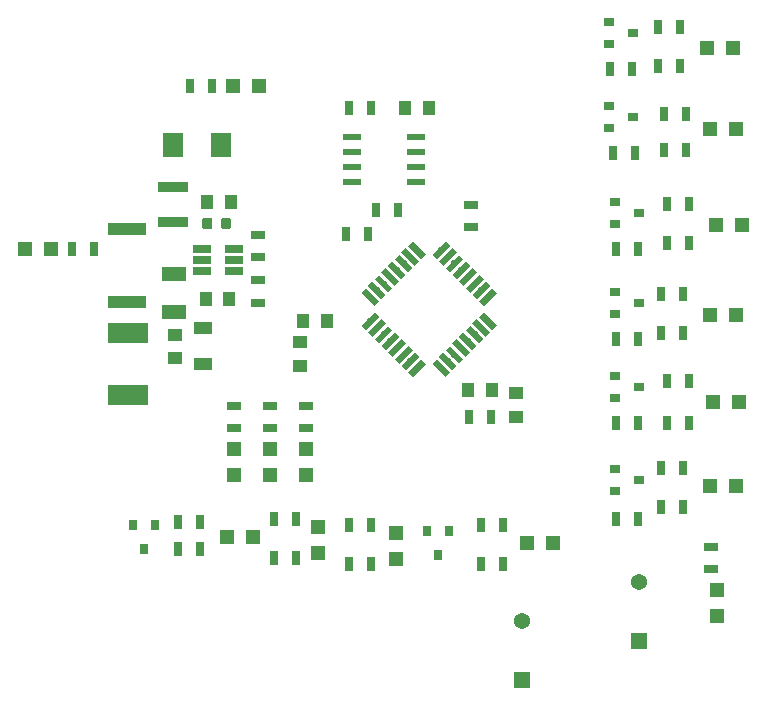
<source format=gtp>
G04 #@! TF.GenerationSoftware,KiCad,Pcbnew,5.1.4-e60b266~84~ubuntu18.04.1*
G04 #@! TF.CreationDate,2019-12-02T22:04:49-05:00*
G04 #@! TF.ProjectId,AIR_control,4149525f-636f-46e7-9472-6f6c2e6b6963,rev?*
G04 #@! TF.SameCoordinates,Original*
G04 #@! TF.FileFunction,Paste,Top*
G04 #@! TF.FilePolarity,Positive*
%FSLAX46Y46*%
G04 Gerber Fmt 4.6, Leading zero omitted, Abs format (unit mm)*
G04 Created by KiCad (PCBNEW 5.1.4-e60b266~84~ubuntu18.04.1) date 2019-12-02 22:04:49*
%MOMM*%
%LPD*%
G04 APERTURE LIST*
%ADD10R,0.900000X0.800000*%
%ADD11R,0.700000X1.300000*%
%ADD12R,1.200000X1.200000*%
%ADD13C,1.371600*%
%ADD14R,1.371600X1.371600*%
%ADD15R,0.800000X0.900000*%
%ADD16R,1.000000X1.250000*%
%ADD17R,1.550000X0.600000*%
%ADD18R,1.300000X0.700000*%
%ADD19R,1.250000X1.000000*%
%ADD20C,0.550000*%
%ADD21C,0.100000*%
%ADD22R,3.500000X1.780000*%
%ADD23R,2.500000X0.900000*%
%ADD24R,2.000000X1.200000*%
%ADD25R,3.200000X1.000000*%
%ADD26R,1.600000X1.000000*%
%ADD27R,1.778000X2.159000*%
%ADD28C,0.875000*%
%ADD29R,1.560000X0.650000*%
G04 APERTURE END LIST*
D10*
X151096000Y-52136000D03*
X151096000Y-54036000D03*
X153196000Y-53086000D03*
D11*
X157414000Y-75184000D03*
X155514000Y-75184000D03*
X151704000Y-78994000D03*
X153604000Y-78994000D03*
D10*
X153704000Y-75946000D03*
X151604000Y-76896000D03*
X151604000Y-74996000D03*
D11*
X155514000Y-78486000D03*
X157414000Y-78486000D03*
D12*
X159682000Y-76962000D03*
X161882000Y-76962000D03*
D11*
X116520000Y-96774000D03*
X114620000Y-96774000D03*
D13*
X153670000Y-99568000D03*
D14*
X153670000Y-104571800D03*
X143764000Y-107873800D03*
D13*
X143764000Y-102870000D03*
D15*
X112710000Y-94708000D03*
X110810000Y-94708000D03*
X111760000Y-96808000D03*
D16*
X125238000Y-77470000D03*
X127238000Y-77470000D03*
D17*
X129380000Y-65659000D03*
X129380000Y-64389000D03*
X129380000Y-63119000D03*
X129380000Y-61849000D03*
X134780000Y-61849000D03*
X134780000Y-63119000D03*
X134780000Y-64389000D03*
X134780000Y-65659000D03*
D11*
X122748000Y-97536000D03*
X124648000Y-97536000D03*
X114620000Y-94488000D03*
X116520000Y-94488000D03*
X129098000Y-98044000D03*
X130998000Y-98044000D03*
D18*
X139446000Y-67630000D03*
X139446000Y-69530000D03*
D11*
X130998000Y-59436000D03*
X129098000Y-59436000D03*
D10*
X153704000Y-68326000D03*
X151604000Y-69276000D03*
X151604000Y-67376000D03*
D19*
X124968000Y-81264000D03*
X124968000Y-79264000D03*
D11*
X153096000Y-56134000D03*
X151196000Y-56134000D03*
X130998000Y-94742000D03*
X129098000Y-94742000D03*
X157160000Y-55880000D03*
X155260000Y-55880000D03*
D12*
X119380000Y-88308000D03*
X119380000Y-90508000D03*
X125476000Y-90508000D03*
X125476000Y-88308000D03*
D20*
X136915305Y-71468897D03*
D21*
G36*
X136544074Y-72229037D02*
G01*
X136155165Y-71840128D01*
X137286536Y-70708757D01*
X137675445Y-71097666D01*
X136544074Y-72229037D01*
X136544074Y-72229037D01*
G37*
D20*
X137480990Y-72034583D03*
D21*
G36*
X137109759Y-72794723D02*
G01*
X136720850Y-72405814D01*
X137852221Y-71274443D01*
X138241130Y-71663352D01*
X137109759Y-72794723D01*
X137109759Y-72794723D01*
G37*
D20*
X138046676Y-72600268D03*
D21*
G36*
X137675445Y-73360408D02*
G01*
X137286536Y-72971499D01*
X138417907Y-71840128D01*
X138806816Y-72229037D01*
X137675445Y-73360408D01*
X137675445Y-73360408D01*
G37*
D20*
X138612361Y-73165953D03*
D21*
G36*
X138241130Y-73926093D02*
G01*
X137852221Y-73537184D01*
X138983592Y-72405813D01*
X139372501Y-72794722D01*
X138241130Y-73926093D01*
X138241130Y-73926093D01*
G37*
D20*
X139178047Y-73731639D03*
D21*
G36*
X138806816Y-74491779D02*
G01*
X138417907Y-74102870D01*
X139549278Y-72971499D01*
X139938187Y-73360408D01*
X138806816Y-74491779D01*
X138806816Y-74491779D01*
G37*
D20*
X139743732Y-74297324D03*
D21*
G36*
X139372501Y-75057464D02*
G01*
X138983592Y-74668555D01*
X140114963Y-73537184D01*
X140503872Y-73926093D01*
X139372501Y-75057464D01*
X139372501Y-75057464D01*
G37*
D20*
X140309417Y-74863010D03*
D21*
G36*
X139938186Y-75623150D02*
G01*
X139549277Y-75234241D01*
X140680648Y-74102870D01*
X141069557Y-74491779D01*
X139938186Y-75623150D01*
X139938186Y-75623150D01*
G37*
D20*
X140875103Y-75428695D03*
D21*
G36*
X140503872Y-76188835D02*
G01*
X140114963Y-75799926D01*
X141246334Y-74668555D01*
X141635243Y-75057464D01*
X140503872Y-76188835D01*
X140503872Y-76188835D01*
G37*
D20*
X140875103Y-77479305D03*
D21*
G36*
X140114963Y-77108074D02*
G01*
X140503872Y-76719165D01*
X141635243Y-77850536D01*
X141246334Y-78239445D01*
X140114963Y-77108074D01*
X140114963Y-77108074D01*
G37*
D20*
X140309417Y-78044990D03*
D21*
G36*
X139549277Y-77673759D02*
G01*
X139938186Y-77284850D01*
X141069557Y-78416221D01*
X140680648Y-78805130D01*
X139549277Y-77673759D01*
X139549277Y-77673759D01*
G37*
D20*
X139743732Y-78610676D03*
D21*
G36*
X138983592Y-78239445D02*
G01*
X139372501Y-77850536D01*
X140503872Y-78981907D01*
X140114963Y-79370816D01*
X138983592Y-78239445D01*
X138983592Y-78239445D01*
G37*
D20*
X139178047Y-79176361D03*
D21*
G36*
X138417907Y-78805130D02*
G01*
X138806816Y-78416221D01*
X139938187Y-79547592D01*
X139549278Y-79936501D01*
X138417907Y-78805130D01*
X138417907Y-78805130D01*
G37*
D20*
X138612361Y-79742047D03*
D21*
G36*
X137852221Y-79370816D02*
G01*
X138241130Y-78981907D01*
X139372501Y-80113278D01*
X138983592Y-80502187D01*
X137852221Y-79370816D01*
X137852221Y-79370816D01*
G37*
D20*
X138046676Y-80307732D03*
D21*
G36*
X137286536Y-79936501D02*
G01*
X137675445Y-79547592D01*
X138806816Y-80678963D01*
X138417907Y-81067872D01*
X137286536Y-79936501D01*
X137286536Y-79936501D01*
G37*
D20*
X137480990Y-80873417D03*
D21*
G36*
X136720850Y-80502186D02*
G01*
X137109759Y-80113277D01*
X138241130Y-81244648D01*
X137852221Y-81633557D01*
X136720850Y-80502186D01*
X136720850Y-80502186D01*
G37*
D20*
X136915305Y-81439103D03*
D21*
G36*
X136155165Y-81067872D02*
G01*
X136544074Y-80678963D01*
X137675445Y-81810334D01*
X137286536Y-82199243D01*
X136155165Y-81067872D01*
X136155165Y-81067872D01*
G37*
D20*
X134864695Y-81439103D03*
D21*
G36*
X134493464Y-82199243D02*
G01*
X134104555Y-81810334D01*
X135235926Y-80678963D01*
X135624835Y-81067872D01*
X134493464Y-82199243D01*
X134493464Y-82199243D01*
G37*
D20*
X134299010Y-80873417D03*
D21*
G36*
X133927779Y-81633557D02*
G01*
X133538870Y-81244648D01*
X134670241Y-80113277D01*
X135059150Y-80502186D01*
X133927779Y-81633557D01*
X133927779Y-81633557D01*
G37*
D20*
X133733324Y-80307732D03*
D21*
G36*
X133362093Y-81067872D02*
G01*
X132973184Y-80678963D01*
X134104555Y-79547592D01*
X134493464Y-79936501D01*
X133362093Y-81067872D01*
X133362093Y-81067872D01*
G37*
D20*
X133167639Y-79742047D03*
D21*
G36*
X132796408Y-80502187D02*
G01*
X132407499Y-80113278D01*
X133538870Y-78981907D01*
X133927779Y-79370816D01*
X132796408Y-80502187D01*
X132796408Y-80502187D01*
G37*
D20*
X132601953Y-79176361D03*
D21*
G36*
X132230722Y-79936501D02*
G01*
X131841813Y-79547592D01*
X132973184Y-78416221D01*
X133362093Y-78805130D01*
X132230722Y-79936501D01*
X132230722Y-79936501D01*
G37*
D20*
X132036268Y-78610676D03*
D21*
G36*
X131665037Y-79370816D02*
G01*
X131276128Y-78981907D01*
X132407499Y-77850536D01*
X132796408Y-78239445D01*
X131665037Y-79370816D01*
X131665037Y-79370816D01*
G37*
D20*
X131470583Y-78044990D03*
D21*
G36*
X131099352Y-78805130D02*
G01*
X130710443Y-78416221D01*
X131841814Y-77284850D01*
X132230723Y-77673759D01*
X131099352Y-78805130D01*
X131099352Y-78805130D01*
G37*
D20*
X130904897Y-77479305D03*
D21*
G36*
X130533666Y-78239445D02*
G01*
X130144757Y-77850536D01*
X131276128Y-76719165D01*
X131665037Y-77108074D01*
X130533666Y-78239445D01*
X130533666Y-78239445D01*
G37*
D20*
X130904897Y-75428695D03*
D21*
G36*
X130144757Y-75057464D02*
G01*
X130533666Y-74668555D01*
X131665037Y-75799926D01*
X131276128Y-76188835D01*
X130144757Y-75057464D01*
X130144757Y-75057464D01*
G37*
D20*
X131470583Y-74863010D03*
D21*
G36*
X130710443Y-74491779D02*
G01*
X131099352Y-74102870D01*
X132230723Y-75234241D01*
X131841814Y-75623150D01*
X130710443Y-74491779D01*
X130710443Y-74491779D01*
G37*
D20*
X132036268Y-74297324D03*
D21*
G36*
X131276128Y-73926093D02*
G01*
X131665037Y-73537184D01*
X132796408Y-74668555D01*
X132407499Y-75057464D01*
X131276128Y-73926093D01*
X131276128Y-73926093D01*
G37*
D20*
X132601953Y-73731639D03*
D21*
G36*
X131841813Y-73360408D02*
G01*
X132230722Y-72971499D01*
X133362093Y-74102870D01*
X132973184Y-74491779D01*
X131841813Y-73360408D01*
X131841813Y-73360408D01*
G37*
D20*
X133167639Y-73165953D03*
D21*
G36*
X132407499Y-72794722D02*
G01*
X132796408Y-72405813D01*
X133927779Y-73537184D01*
X133538870Y-73926093D01*
X132407499Y-72794722D01*
X132407499Y-72794722D01*
G37*
D20*
X133733324Y-72600268D03*
D21*
G36*
X132973184Y-72229037D02*
G01*
X133362093Y-71840128D01*
X134493464Y-72971499D01*
X134104555Y-73360408D01*
X132973184Y-72229037D01*
X132973184Y-72229037D01*
G37*
D20*
X134299010Y-72034583D03*
D21*
G36*
X133538870Y-71663352D02*
G01*
X133927779Y-71274443D01*
X135059150Y-72405814D01*
X134670241Y-72794723D01*
X133538870Y-71663352D01*
X133538870Y-71663352D01*
G37*
D20*
X134864695Y-71468897D03*
D21*
G36*
X134104555Y-71097666D02*
G01*
X134493464Y-70708757D01*
X135624835Y-71840128D01*
X135235926Y-72229037D01*
X134104555Y-71097666D01*
X134104555Y-71097666D01*
G37*
D18*
X119380000Y-84648000D03*
X119380000Y-86548000D03*
D11*
X128844000Y-70104000D03*
X130744000Y-70104000D03*
D16*
X135874000Y-59436000D03*
X133874000Y-59436000D03*
D11*
X151704000Y-94234000D03*
X153604000Y-94234000D03*
D12*
X144188000Y-96266000D03*
X146388000Y-96266000D03*
D18*
X125476000Y-86548000D03*
X125476000Y-84648000D03*
D11*
X122748000Y-94234000D03*
X124648000Y-94234000D03*
X155514000Y-93218000D03*
X157414000Y-93218000D03*
D10*
X153704000Y-90932000D03*
X151604000Y-91882000D03*
X151604000Y-89982000D03*
D11*
X156022000Y-67564000D03*
X157922000Y-67564000D03*
X142174000Y-98044000D03*
X140274000Y-98044000D03*
X153604000Y-86106000D03*
X151704000Y-86106000D03*
X156022000Y-82550000D03*
X157922000Y-82550000D03*
D12*
X122428000Y-90508000D03*
X122428000Y-88308000D03*
X120988000Y-95758000D03*
X118788000Y-95758000D03*
D19*
X143256000Y-85582000D03*
X143256000Y-83582000D03*
D12*
X126492000Y-94912000D03*
X126492000Y-97112000D03*
D18*
X122428000Y-86548000D03*
X122428000Y-84648000D03*
D15*
X137602000Y-95216000D03*
X135702000Y-95216000D03*
X136652000Y-97316000D03*
D11*
X151704000Y-71374000D03*
X153604000Y-71374000D03*
X133284000Y-68072000D03*
X131384000Y-68072000D03*
X156022000Y-86106000D03*
X157922000Y-86106000D03*
X157414000Y-89916000D03*
X155514000Y-89916000D03*
D12*
X160274000Y-102446000D03*
X160274000Y-100246000D03*
D18*
X159766000Y-98486000D03*
X159766000Y-96586000D03*
D11*
X157922000Y-70866000D03*
X156022000Y-70866000D03*
X141158000Y-85598000D03*
X139258000Y-85598000D03*
D16*
X139208000Y-83312000D03*
X141208000Y-83312000D03*
D12*
X133096000Y-97620000D03*
X133096000Y-95420000D03*
D10*
X153704000Y-83058000D03*
X151604000Y-84008000D03*
X151604000Y-82108000D03*
D11*
X157160000Y-52578000D03*
X155260000Y-52578000D03*
X140274000Y-94742000D03*
X142174000Y-94742000D03*
D22*
X110363000Y-78473300D03*
X110363000Y-83753300D03*
D16*
X118983000Y-75615800D03*
X116983000Y-75615800D03*
D23*
X114236500Y-66164800D03*
X114236500Y-69064800D03*
D24*
X114297460Y-73520700D03*
X114297460Y-76720700D03*
D18*
X121412000Y-75938420D03*
X121412000Y-74038420D03*
X121412000Y-70152220D03*
X121412000Y-72052220D03*
D11*
X107564000Y-71344000D03*
X105664000Y-71344000D03*
D25*
X110357920Y-69672200D03*
X110357920Y-75872200D03*
D26*
X116713000Y-78092300D03*
X116713000Y-81092300D03*
D19*
X114363500Y-78616300D03*
X114363500Y-80616300D03*
D27*
X118300500Y-62598300D03*
X114236500Y-62598300D03*
D12*
X103914000Y-71344000D03*
X101714000Y-71344000D03*
X119264000Y-57544000D03*
X121464000Y-57544000D03*
D11*
X115614000Y-57544000D03*
X117514000Y-57544000D03*
D16*
X119094000Y-67396360D03*
X117094000Y-67396360D03*
D21*
G36*
X117356191Y-68728353D02*
G01*
X117377426Y-68731503D01*
X117398250Y-68736719D01*
X117418462Y-68743951D01*
X117437868Y-68753130D01*
X117456281Y-68764166D01*
X117473524Y-68776954D01*
X117489430Y-68791370D01*
X117503846Y-68807276D01*
X117516634Y-68824519D01*
X117527670Y-68842932D01*
X117536849Y-68862338D01*
X117544081Y-68882550D01*
X117549297Y-68903374D01*
X117552447Y-68924609D01*
X117553500Y-68946050D01*
X117553500Y-69458550D01*
X117552447Y-69479991D01*
X117549297Y-69501226D01*
X117544081Y-69522050D01*
X117536849Y-69542262D01*
X117527670Y-69561668D01*
X117516634Y-69580081D01*
X117503846Y-69597324D01*
X117489430Y-69613230D01*
X117473524Y-69627646D01*
X117456281Y-69640434D01*
X117437868Y-69651470D01*
X117418462Y-69660649D01*
X117398250Y-69667881D01*
X117377426Y-69673097D01*
X117356191Y-69676247D01*
X117334750Y-69677300D01*
X116897250Y-69677300D01*
X116875809Y-69676247D01*
X116854574Y-69673097D01*
X116833750Y-69667881D01*
X116813538Y-69660649D01*
X116794132Y-69651470D01*
X116775719Y-69640434D01*
X116758476Y-69627646D01*
X116742570Y-69613230D01*
X116728154Y-69597324D01*
X116715366Y-69580081D01*
X116704330Y-69561668D01*
X116695151Y-69542262D01*
X116687919Y-69522050D01*
X116682703Y-69501226D01*
X116679553Y-69479991D01*
X116678500Y-69458550D01*
X116678500Y-68946050D01*
X116679553Y-68924609D01*
X116682703Y-68903374D01*
X116687919Y-68882550D01*
X116695151Y-68862338D01*
X116704330Y-68842932D01*
X116715366Y-68824519D01*
X116728154Y-68807276D01*
X116742570Y-68791370D01*
X116758476Y-68776954D01*
X116775719Y-68764166D01*
X116794132Y-68753130D01*
X116813538Y-68743951D01*
X116833750Y-68736719D01*
X116854574Y-68731503D01*
X116875809Y-68728353D01*
X116897250Y-68727300D01*
X117334750Y-68727300D01*
X117356191Y-68728353D01*
X117356191Y-68728353D01*
G37*
D28*
X117116000Y-69202300D03*
D21*
G36*
X118931191Y-68728353D02*
G01*
X118952426Y-68731503D01*
X118973250Y-68736719D01*
X118993462Y-68743951D01*
X119012868Y-68753130D01*
X119031281Y-68764166D01*
X119048524Y-68776954D01*
X119064430Y-68791370D01*
X119078846Y-68807276D01*
X119091634Y-68824519D01*
X119102670Y-68842932D01*
X119111849Y-68862338D01*
X119119081Y-68882550D01*
X119124297Y-68903374D01*
X119127447Y-68924609D01*
X119128500Y-68946050D01*
X119128500Y-69458550D01*
X119127447Y-69479991D01*
X119124297Y-69501226D01*
X119119081Y-69522050D01*
X119111849Y-69542262D01*
X119102670Y-69561668D01*
X119091634Y-69580081D01*
X119078846Y-69597324D01*
X119064430Y-69613230D01*
X119048524Y-69627646D01*
X119031281Y-69640434D01*
X119012868Y-69651470D01*
X118993462Y-69660649D01*
X118973250Y-69667881D01*
X118952426Y-69673097D01*
X118931191Y-69676247D01*
X118909750Y-69677300D01*
X118472250Y-69677300D01*
X118450809Y-69676247D01*
X118429574Y-69673097D01*
X118408750Y-69667881D01*
X118388538Y-69660649D01*
X118369132Y-69651470D01*
X118350719Y-69640434D01*
X118333476Y-69627646D01*
X118317570Y-69613230D01*
X118303154Y-69597324D01*
X118290366Y-69580081D01*
X118279330Y-69561668D01*
X118270151Y-69542262D01*
X118262919Y-69522050D01*
X118257703Y-69501226D01*
X118254553Y-69479991D01*
X118253500Y-69458550D01*
X118253500Y-68946050D01*
X118254553Y-68924609D01*
X118257703Y-68903374D01*
X118262919Y-68882550D01*
X118270151Y-68862338D01*
X118279330Y-68842932D01*
X118290366Y-68824519D01*
X118303154Y-68807276D01*
X118317570Y-68791370D01*
X118333476Y-68776954D01*
X118350719Y-68764166D01*
X118369132Y-68753130D01*
X118388538Y-68743951D01*
X118408750Y-68736719D01*
X118429574Y-68731503D01*
X118450809Y-68728353D01*
X118472250Y-68727300D01*
X118909750Y-68727300D01*
X118931191Y-68728353D01*
X118931191Y-68728353D01*
G37*
D28*
X118691000Y-69202300D03*
D29*
X119348200Y-73271600D03*
X119348200Y-72321600D03*
X119348200Y-71371600D03*
X116648200Y-71371600D03*
X116648200Y-73271600D03*
X116648200Y-72321600D03*
D12*
X159428000Y-54356000D03*
X161628000Y-54356000D03*
X160190000Y-69342000D03*
X162390000Y-69342000D03*
X162136000Y-84328000D03*
X159936000Y-84328000D03*
X161882000Y-91440000D03*
X159682000Y-91440000D03*
X159682000Y-61214000D03*
X161882000Y-61214000D03*
D10*
X151096000Y-59248000D03*
X151096000Y-61148000D03*
X153196000Y-60198000D03*
D11*
X155768000Y-62992000D03*
X157668000Y-62992000D03*
X157668000Y-59944000D03*
X155768000Y-59944000D03*
X153350000Y-63246000D03*
X151450000Y-63246000D03*
M02*

</source>
